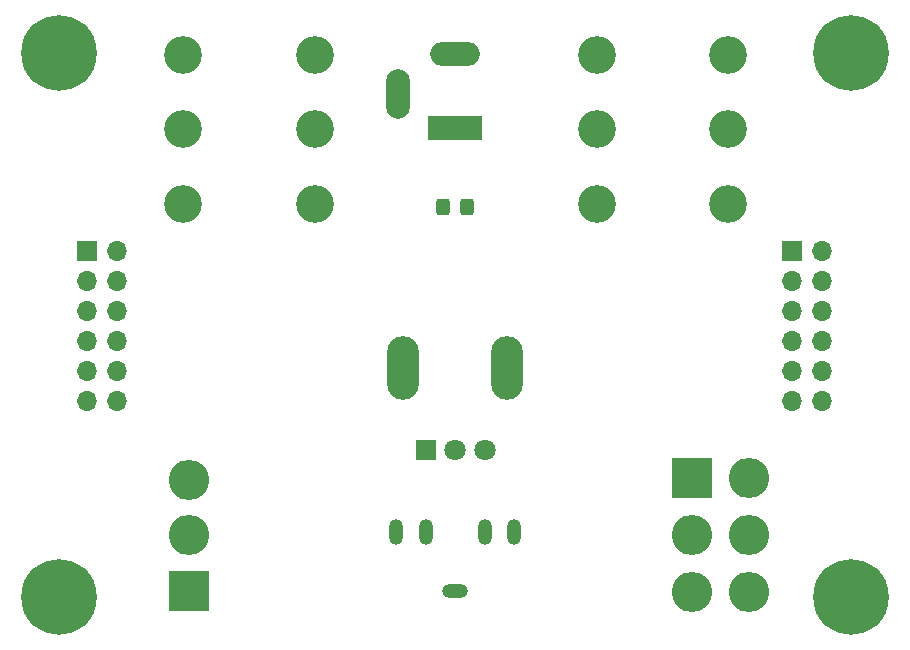
<source format=gbr>
%TF.GenerationSoftware,KiCad,Pcbnew,(6.0.9-0)*%
%TF.CreationDate,2024-03-23T13:07:17+01:00*%
%TF.ProjectId,io-board,696f2d62-6f61-4726-942e-6b696361645f,rev?*%
%TF.SameCoordinates,Original*%
%TF.FileFunction,Soldermask,Top*%
%TF.FilePolarity,Negative*%
%FSLAX46Y46*%
G04 Gerber Fmt 4.6, Leading zero omitted, Abs format (unit mm)*
G04 Created by KiCad (PCBNEW (6.0.9-0)) date 2024-03-23 13:07:17*
%MOMM*%
%LPD*%
G01*
G04 APERTURE LIST*
G04 Aperture macros list*
%AMRoundRect*
0 Rectangle with rounded corners*
0 $1 Rounding radius*
0 $2 $3 $4 $5 $6 $7 $8 $9 X,Y pos of 4 corners*
0 Add a 4 corners polygon primitive as box body*
4,1,4,$2,$3,$4,$5,$6,$7,$8,$9,$2,$3,0*
0 Add four circle primitives for the rounded corners*
1,1,$1+$1,$2,$3*
1,1,$1+$1,$4,$5*
1,1,$1+$1,$6,$7*
1,1,$1+$1,$8,$9*
0 Add four rect primitives between the rounded corners*
20,1,$1+$1,$2,$3,$4,$5,0*
20,1,$1+$1,$4,$5,$6,$7,0*
20,1,$1+$1,$6,$7,$8,$9,0*
20,1,$1+$1,$8,$9,$2,$3,0*%
G04 Aperture macros list end*
%ADD10R,3.416000X3.416000*%
%ADD11O,3.416000X3.416000*%
%ADD12C,3.200000*%
%ADD13C,0.800000*%
%ADD14C,6.400000*%
%ADD15RoundRect,0.250000X0.325000X0.450000X-0.325000X0.450000X-0.325000X-0.450000X0.325000X-0.450000X0*%
%ADD16O,1.200000X2.200000*%
%ADD17O,2.200000X1.200000*%
%ADD18R,1.700000X1.700000*%
%ADD19O,1.700000X1.700000*%
%ADD20R,4.600000X2.000000*%
%ADD21O,4.200000X2.000000*%
%ADD22O,2.000000X4.200000*%
%ADD23O,2.700000X5.400000*%
%ADD24R,1.800000X1.800000*%
%ADD25C,1.800000*%
G04 APERTURE END LIST*
D10*
%TO.C,SW2*%
X75000000Y-109499000D03*
D11*
X75000000Y-104800000D03*
X75000000Y-100101000D03*
%TD*%
D10*
%TO.C,SW1*%
X117587000Y-99966000D03*
D11*
X117587000Y-104796000D03*
X117587000Y-109626000D03*
X122417000Y-99966000D03*
X122417000Y-104796000D03*
X122417000Y-109626000D03*
%TD*%
D12*
%TO.C,J6*%
X74500000Y-70400000D03*
X85600000Y-70400000D03*
X85600000Y-64100000D03*
X74500000Y-64100000D03*
X74500000Y-76750000D03*
X85600000Y-76750000D03*
%TD*%
D13*
%TO.C,H3*%
X66400000Y-110000000D03*
X62302944Y-111697056D03*
X65697056Y-111697056D03*
X64000000Y-107600000D03*
X64000000Y-112400000D03*
X65697056Y-108302944D03*
X61600000Y-110000000D03*
X62302944Y-108302944D03*
D14*
X64000000Y-110000000D03*
%TD*%
D15*
%TO.C,D1*%
X98525000Y-77000000D03*
X96475000Y-77000000D03*
%TD*%
D12*
%TO.C,J5*%
X109500000Y-70400000D03*
X120600000Y-70400000D03*
X120600000Y-64100000D03*
X109500000Y-64100000D03*
X109500000Y-76750000D03*
X120600000Y-76750000D03*
%TD*%
D13*
%TO.C,H4*%
X129302944Y-108302944D03*
D14*
X131000000Y-110000000D03*
D13*
X132697056Y-108302944D03*
X133400000Y-110000000D03*
X131000000Y-107600000D03*
X131000000Y-112400000D03*
X129302944Y-111697056D03*
X132697056Y-111697056D03*
X128600000Y-110000000D03*
%TD*%
D16*
%TO.C,J7*%
X92500000Y-104500000D03*
X95000000Y-104500000D03*
D17*
X97500000Y-109500000D03*
D16*
X102500000Y-104500000D03*
X100000000Y-104500000D03*
%TD*%
D18*
%TO.C,J8*%
X66350000Y-80701000D03*
D19*
X68890000Y-80701000D03*
X66350000Y-83241000D03*
X68890000Y-83241000D03*
X66350000Y-85781000D03*
X68890000Y-85781000D03*
X66350000Y-88321000D03*
X68890000Y-88321000D03*
X66350000Y-90861000D03*
X68890000Y-90861000D03*
X66350000Y-93401000D03*
X68890000Y-93401000D03*
%TD*%
D20*
%TO.C,J4*%
X97500000Y-70350000D03*
D21*
X97500000Y-64050000D03*
D22*
X92700000Y-67450000D03*
%TD*%
D13*
%TO.C,H1*%
X66400000Y-64000000D03*
X61600000Y-64000000D03*
X64000000Y-66400000D03*
X65697056Y-65697056D03*
D14*
X64000000Y-64000000D03*
D13*
X64000000Y-61600000D03*
X65697056Y-62302944D03*
X62302944Y-62302944D03*
X62302944Y-65697056D03*
%TD*%
D23*
%TO.C,RV1*%
X101900000Y-90600000D03*
X93100000Y-90600000D03*
D24*
X95000000Y-97600000D03*
D25*
X97500000Y-97600000D03*
X100000000Y-97600000D03*
%TD*%
D18*
%TO.C,J3*%
X126030000Y-80701000D03*
D19*
X128570000Y-80701000D03*
X126030000Y-83241000D03*
X128570000Y-83241000D03*
X126030000Y-85781000D03*
X128570000Y-85781000D03*
X126030000Y-88321000D03*
X128570000Y-88321000D03*
X126030000Y-90861000D03*
X128570000Y-90861000D03*
X126030000Y-93401000D03*
X128570000Y-93401000D03*
%TD*%
D13*
%TO.C,H2*%
X131000000Y-66400000D03*
D14*
X131000000Y-64000000D03*
D13*
X132697056Y-65697056D03*
X129302944Y-65697056D03*
X128600000Y-64000000D03*
X133400000Y-64000000D03*
X132697056Y-62302944D03*
X129302944Y-62302944D03*
X131000000Y-61600000D03*
%TD*%
M02*

</source>
